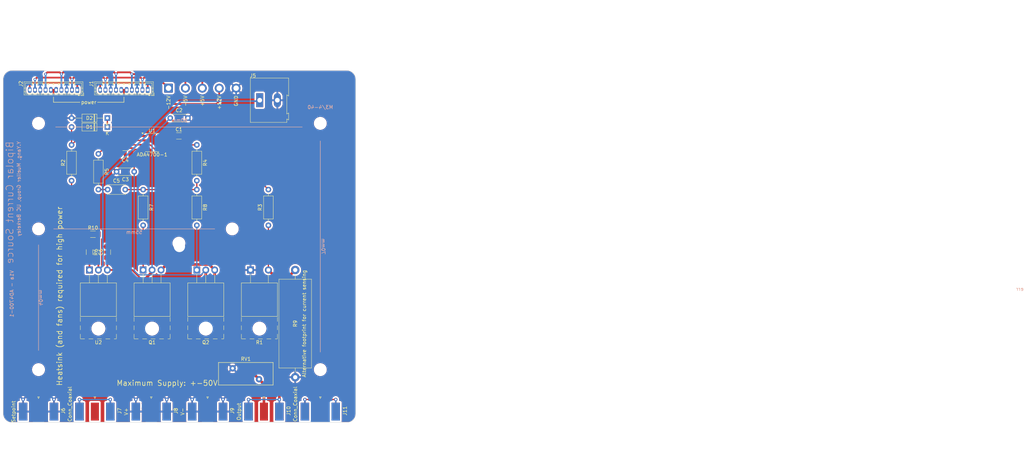
<source format=kicad_pcb>
(kicad_pcb (version 20241229) (generator "pcbnew") (generator_version "9.0")
  (layers (0 "F.Cu" signal) (4 "In1.Cu" signal) (6 "In2.Cu" signal) (2 "B.Cu" signal) (13 "F.Paste" user) (15 "B.Paste" user) (5 "F.SilkS" user "F.Silkscreen") (7 "B.SilkS" user "B.Silkscreen") (1 "F.Mask" user) (3 "B.Mask" user) (25 "Edge.Cuts" user))
  (net 0 "")
  (net 1 "GND")
  (net 2 "+5V")
  (net 3 "-5V")
  (net 4 "+12V")
  (net 5 "-12V")
  (net 6 "Net-(J10-In)")
  (net 7 "unconnected-(J11-Ext-Pad2)")
  (net 8 "/V+")
  (net 9 "/V-")
  (net 11 "unconnected-(J7-Ext-Pad2)")
  (net 12 "Net-(C5-Pad2)")
  (net 13 "Net-(C5-Pad1)")
  (net 14 "Net-(D1-K)")
  (net 15 "Net-(D1-A)")
  (net 17 "Net-(J6-In)")
  (net 18 "/measure")
  (net 19 "Net-(Q1-B)")
  (net 20 "Net-(Q2-B)")
  (net 21 "Net-(U1-+)")
  (net 22 "Net-(R4-Pad1)")
  (net 26 "Net-(J5-Pin_1)")
  (net 27 "Net-(U2-ADJ)")
  (footprint "Resistor_SMD:R_1206_3216Metric_Pad1.30x1.75mm_HandSolder" (layer "F.Cu") (at 125.45 96.52)
    (property "Reference" "R10" (at 0 -1.82 0) (layer "F.SilkS"))
    (property "Value" "240R")
    (pad "1" smd roundrect (at -1.55 0) (size 1.3 1.75) (layers "F.Cu" "F.Mask" "F.Paste") (roundrect_rratio 0.192308) (net 27 "Net-(U2-ADJ)"))
    (pad "2" smd roundrect (at 1.55 0) (size 1.3 1.75) (layers "F.Cu" "F.Mask" "F.Paste") (roundrect_rratio 0.192308) (net 26 "Net-(J5-Pin_1)"))
  )
  (footprint "Resistor_SMD:R_1206_3216Metric_Pad1.30x1.75mm_HandSolder" (layer "F.Cu") (at 124.46 101.6 -90)
    (property "Reference" "R6" (at 0 -1.82 90) (layer "F.SilkS"))
    (property "Value" "2k")
    (pad "1" smd roundrect (at -1.55 0 270) (size 1.3 1.75) (layers "F.Cu" "F.Mask" "F.Paste") (roundrect_rratio 0.192308) (net 1 "GND"))
    (pad "2" smd roundrect (at 1.55 0 270) (size 1.3 1.75) (layers "F.Cu" "F.Mask" "F.Paste") (roundrect_rratio 0.192308) (net 27 "Net-(U2-ADJ)"))
  )
  (footprint "Capacitor_THT:C_Disc_D4.3mm_W1.9mm_P5.00mm" (layer "F.Cu") (at 137.16 78.74 180)
    (property "Reference" "C3" (at 2.5 -2.2 0) (layer "F.SilkS"))
    (property "Value" "10u")
    (pad "1" thru_hole circle (at 0 0 180) (size 1.6 1.6) (drill 0.8) (layers "*.Cu" "*.Mask") (net 9 "/V-"))
    (pad "2" thru_hole circle (at 5 0 180) (size 1.6 1.6) (drill 0.8) (layers "*.Cu" "*.Mask") (net 1 "GND"))
  )
  (footprint "Connector_Coaxial:SMA_Molex_73251-1153_EdgeMount_Horizontal" (layer "F.Cu") (at 190 145.21 90)
    (property "Reference" "J11" (at -1.5 7 90) (layer "F.SilkS"))
    (property "Value" "Conn_Coaxial" (at 0.43 -7.11 90) (layer "F.SilkS"))
    (pad "1" smd rect (at -1.72 0 90) (size 5.08 2.29) (layers "F.Cu" "F.Mask" "F.Paste"))
    (pad "2" smd rect (at -1.72 -4.38 90) (size 5.08 2.42) (layers "F.Cu" "F.Mask" "F.Paste") (net 7 "unconnected-(J11-Ext-Pad2)"))
    (pad "2" smd rect (at -1.72 -4.38 90) (size 5.08 2.42) (layers "B.Cu" "B.Mask" "B.Paste") (net 7 "unconnected-(J11-Ext-Pad2)"))
    (pad "2" smd rect (at -1.72 4.38 90) (size 5.08 2.42) (layers "F.Cu" "F.Mask" "F.Paste") (net 7 "unconnected-(J11-Ext-Pad2)"))
    (pad "2" smd rect (at -1.72 4.38 90) (size 5.08 2.42) (layers "B.Cu" "B.Mask" "B.Paste") (net 7 "unconnected-(J11-Ext-Pad2)"))
    (pad "2" smd rect (at 1.27 -4.38 90) (size 0.95 0.46) (layers "F.Cu") (net 7 "unconnected-(J11-Ext-Pad2)"))
    (pad "2" smd rect (at 1.27 -4.38 90) (size 0.95 0.46) (layers "B.Cu") (net 7 "unconnected-(J11-Ext-Pad2)"))
    (pad "2" smd rect (at 1.27 4.38 90) (size 0.95 0.46) (layers "F.Cu") (net 7 "unconnected-(J11-Ext-Pad2)"))
    (pad "2" smd rect (at 1.27 4.38 90) (size 0.95 0.46) (layers "B.Cu") (net 7 "unconnected-(J11-Ext-Pad2)"))
    (pad "2" thru_hole circle (at 1.72 -4.38 90) (size 0.97 0.97) (drill 0.46) (layers "*.Cu") (net 7 "unconnected-(J11-Ext-Pad2)"))
    (pad "2" thru_hole circle (at 1.72 4.38 90) (size 0.97 0.97) (drill 0.46) (layers "*.Cu") (net 7 "unconnected-(J11-Ext-Pad2)"))
  )
  (footprint "Connector_Wire:SolderWire-0.75sqmm_1x05_P4.8mm_D1.25mm_OD2.3mm" (layer "F.Cu") (at 146.9 55)
    (property "Reference" "J4" (hide yes))
    (property "Value" "Conn_01x05")
    (pad "1" thru_hole roundrect (at 0 0) (size 2.55 2.55) (drill 1.55) (layers "*.Cu" "*.Mask") (roundrect_rratio 0.098039) (net 5 "-12V"))
    (pad "2" thru_hole circle (at 4.8 0) (size 2.55 2.55) (drill 1.55) (layers "*.Cu" "*.Mask") (net 3 "-5V"))
    (pad "3" thru_hole circle (at 9.6 0) (size 2.55 2.55) (drill 1.55) (layers "*.Cu" "*.Mask") (net 2 "+5V"))
    (pad "4" thru_hole circle (at 14.4 0) (size 2.55 2.55) (drill 1.55) (layers "*.Cu" "*.Mask") (net 4 "+12V"))
    (pad "5" thru_hole circle (at 19.2 0) (size 2.55 2.55) (drill 1.55) (layers "*.Cu" "*.Mask") (net 1 "GND"))
  )
  (footprint "Connector_JST:JST_ZH_B10B-ZR_1x10_P1.50mm_Vertical" (layer "F.Cu") (at 141 55.5 180)
    (property "Reference" "J1" (at 16 1.75 270) (layer "F.SilkS"))
    (property "Value" "Conn_01x10_Pin")
    (pad "1" thru_hole roundrect (at 0 0 180) (size 1.03 1.73) (drill 0.73) (layers "*.Cu" "*.Mask") (roundrect_rratio 0.242718) (net 5 "-12V"))
    (pad "2" thru_hole oval (at 1.5 0 180) (size 1.03 1.73) (drill 0.73) (layers "*.Cu" "*.Mask") (net 3 "-5V"))
    (pad "3" thru_hole oval (at 3 0 180) (size 1.03 1.73) (drill 0.73) (layers "*.Cu" "*.Mask") (net 1 "GND"))
    (pad "4" thru_hole oval (at 4.5 0 180) (size 1.03 1.73) (drill 0.73) (layers "*.Cu" "*.Mask") (net 2 "+5V"))
    (pad "5" thru_hole oval (at 6 0 180) (size 1.03 1.73) (drill 0.73) (layers "*.Cu" "*.Mask") (net 4 "+12V"))
    (pad "6" thru_hole oval (at 7.5 0 180) (size 1.03 1.73) (drill 0.73) (layers "*.Cu" "*.Mask") (net 4 "+12V"))
    (pad "7" thru_hole oval (at 9 0 180) (size 1.03 1.73) (drill 0.73) (layers "*.Cu" "*.Mask") (net 2 "+5V"))
    (pad "8" thru_hole oval (at 10.5 0 180) (size 1.03 1.73) (drill 0.73) (layers "*.Cu" "*.Mask") (net 1 "GND"))
    (pad "9" thru_hole oval (at 12 0 180) (size 1.03 1.73) (drill 0.73) (layers "*.Cu" "*.Mask") (net 3 "-5V"))
    (pad "10" thru_hole oval (at 13.5 0 180) (size 1.03 1.73) (drill 0.73) (layers "*.Cu" "*.Mask") (net 5 "-12V"))
  )
  (footprint "Resistor_THT:R_Axial_DIN0207_L6.3mm_D2.5mm_P10.16mm_Horizontal" (layer "F.Cu") (at 154.94 71.12 -90)
    (property "Reference" "R4" (at 5.08 -2.37 90) (layer "F.SilkS"))
    (property "Value" "5.1R")
    (pad "1" thru_hole circle (at 0 0 270) (size 1.6 1.6) (drill 0.8) (layers "*.Cu" "*.Mask") (net 22 "Net-(R4-Pad1)"))
    (pad "2" thru_hole oval (at 10.16 0 270) (size 1.6 1.6) (drill 0.8) (layers "*.Cu" "*.Mask") (net 12 "Net-(C5-Pad2)"))
  )
  (footprint "Package_TO_SOT_THT:TO-220-3_Horizontal_TabUp" (layer "F.Cu") (at 154.94 106.68)
    (property "Reference" "Q2" (at 2.54 20.58 0) (layer "F.SilkS"))
    (property "Value" "TIP42C")
    (pad "" np_thru_hole circle (at 2.54 16.66) (size 3.5 3.5) (drill 3.5) (layers "*.Cu" "*.Mask"))
    (pad "1" thru_hole rect (at 0 0) (size 1.905 2) (drill 1.1) (layers "*.Cu" "*.Mask") (net 20 "Net-(Q2-B)"))
    (pad "2" thru_hole oval (at 2.54 0) (size 1.905 2) (drill 1.1) (layers "*.Cu" "*.Mask") (net 9 "/V-"))
    (pad "3" thru_hole oval (at 5.08 0) (size 1.905 2) (drill 1.1) (layers "*.Cu" "*.Mask") (net 6 "Net-(J10-In)"))
  )
  (footprint "MountingHole:MountingHole_3.2mm_M3" (layer "F.Cu") (at 150 100)
    (property "Reference" "H4" (hide yes))
    (property "Value" "MountingHole")
    (pad "" np_thru_hole circle (at 0 0) (size 3.2 3.2) (drill 3.2) (layers "*.Cu" "*.Mask"))
  )
  (footprint "Capacitor_SMD:C_1206_3216Metric_Pad1.33x1.80mm_HandSolder" (layer "F.Cu") (at 149.86 68.58)
    (property "Reference" "C1" (at 0 -1.85 0) (layer "F.SilkS"))
    (property "Value" "100n")
    (pad "1" smd roundrect (at -1.5625 0) (size 1.325 1.8) (layers "F.Cu" "F.Mask" "F.Paste") (roundrect_rratio 0.188679) (net 8 "/V+"))
    (pad "2" smd roundrect (at 1.5625 0) (size 1.325 1.8) (layers "F.Cu" "F.Mask" "F.Paste") (roundrect_rratio 0.188679) (net 1 "GND"))
  )
  (footprint "MountingHole:MountingHole_3.2mm_M3" (layer "F.Cu") (at 190 135)
    (property "Reference" "H4" (hide yes))
    (property "Value" "MountingHole")
    (pad "" np_thru_hole circle (at 0 0) (size 3.2 3.2) (drill 3.2) (layers "*.Cu" "*.Mask"))
  )
  (footprint "Package_TO_SOT_THT:TO-220-2_Horizontal_TabUp" (layer "F.Cu") (at 170.18 106.68)
    (property "Reference" "R1" (at 2.54 20.58 0) (layer "F.SilkS"))
    (property "Value" "2R")
    (pad "" np_thru_hole circle (at 2.54 16.66) (size 3.5 3.5) (drill 3.5) (layers "*.Cu" "*.Mask"))
    (pad "1" thru_hole rect (at 0 0) (size 2 2) (drill 1.1) (layers "*.Cu" "*.Mask") (net 1 "GND"))
    (pad "2" thru_hole circle (at 5.08 0) (size 2 2) (drill 1.1) (layers "*.Cu" "*.Mask") (net 18 "/measure"))
  )
  (footprint "MountingHole:MountingHole_3.2mm_M3" (layer "F.Cu") (at 110 65)
    (property "Reference" "H5" (hide yes))
    (property "Value" "MountingHole")
    (pad "" np_thru_hole circle (at 0 0) (size 3.2 3.2) (drill 3.2) (layers "*.Cu" "*.Mask"))
  )
  (footprint "Connector_Coaxial:SMA_Molex_73251-1153_EdgeMount_Horizontal" (layer "F.Cu") (at 142 145.21 90)
    (property "Reference" "J8" (at -1.5 7 90) (layer "F.SilkS"))
    (property "Value" "V+" (at -1.72 -7.11 90) (layer "F.SilkS"))
    (pad "1" smd rect (at -1.72 0 90) (size 5.08 2.29) (layers "F.Cu" "F.Mask" "F.Paste") (net 8 "/V+"))
    (pad "2" smd rect (at -1.72 -4.38 90) (size 5.08 2.42) (layers "F.Cu" "F.Mask" "F.Paste") (net 1 "GND"))
    (pad "2" smd rect (at -1.72 -4.38 90) (size 5.08 2.42) (layers "B.Cu" "B.Mask" "B.Paste") (net 1 "GND"))
    (pad "2" smd rect (at -1.72 4.38 90) (size 5.08 2.42) (layers "F.Cu" "F.Mask" "F.Paste") (net 1 "GND"))
    (pad "2" smd rect (at -1.72 4.38 90) (size 5.08 2.42) (layers "B.Cu" "B.Mask" "B.Paste") (net 1 "GND"))
    (pad "2" smd rect (at 1.27 -4.38 90) (size 0.95 0.46) (layers "F.Cu") (net 1 "GND"))
    (pad "2" smd rect (at 1.27 -4.38 90) (size 0.95 0.46) (layers "B.Cu") (net 1 "GND"))
    (pad "2" smd rect (at 1.27 4.38 90) (size 0.95 0.46) (layers "F.Cu") (net 1 "GND"))
    (pad "2" smd rect (at 1.27 4.38 90) (size 0.95 0.46) (layers "B.Cu") (net 1 "GND"))
    (pad "2" thru_hole circle (at 1.72 -4.38 90) (size 0.97 0.97) (drill 0.46) (layers "*.Cu") (net 1 "GND"))
    (pad "2" thru_hole circle (at 1.72 4.38 90) (size 0.97 0.97) (drill 0.46) (layers "*.Cu") (net 1 "GND"))
  )
  (footprint "MountingHole:MountingHole_3.2mm_M3" (layer "F.Cu") (at 165 95)
    (property "Reference" "H4" (hide yes))
    (property "Value" "MountingHole")
    (pad "" np_thru_hole circle (at 0 0) (size 3.2 3.2) (drill 3.2) (layers "*.Cu" "*.Mask"))
  )
  (footprint "MountingHole:MountingHole_3.2mm_M3" (layer "F.Cu") (at 190 65)
    (property "Reference" "H6" (hide yes))
    (property "Value" "MountingHole")
    (pad "" np_thru_hole circle (at 0 0) (size 3.2 3.2) (drill 3.2) (layers "*.Cu" "*.Mask"))
  )
  (footprint "Resistor_THT:R_Axial_DIN0207_L6.3mm_D2.5mm_P10.16mm_Horizontal" (layer "F.Cu") (at 154.94 83.82 -90)
    (property "Reference" "R8" (at 5.08 -2.37 90) (layer "F.SilkS"))
    (property "Value" "100R")
    (pad "1" thru_hole circle (at 0 0 270) (size 1.6 1.6) (drill 0.8) (layers "*.Cu" "*.Mask") (net 12 "Net-(C5-Pad2)"))
    (pad "2" thru_hole oval (at 10.16 0 270) (size 1.6 1.6) (drill 0.8) (layers "*.Cu" "*.Mask") (net 20 "Net-(Q2-B)"))
  )
  (footprint "MountingHole:MountingHole_3.2mm_M3" (layer "F.Cu") (at 110 135)
    (property "Reference" "H3" (hide yes))
    (property "Value" "MountingHole")
    (pad "" np_thru_hole circle (at 0 0) (size 3.2 3.2) (drill 3.2) (layers "*.Cu" "*.Mask"))
  )
  (footprint "Package_TO_SOT_THT:TO-220-3_Horizontal_TabUp" (layer "F.Cu") (at 124.46 106.68)
    (property "Reference" "U2" (at 2.54 20.58 0) (layer "F.SilkS"))
    (property "Value" "LM317HV")
    (pad "" np_thru_hole circle (at 2.54 16.66) (size 3.5 3.5) (drill 3.5) (layers "*.Cu" "*.Mask"))
    (pad "1" thru_hole rect (at 0 0) (size 1.905 2) (drill 1.1) (layers "*.Cu" "*.Mask") (net 27 "Net-(U2-ADJ)"))
    (pad "2" thru_hole oval (at 2.54 0) (size 1.905 2) (drill 1.1) (layers "*.Cu" "*.Mask") (net 26 "Net-(J5-Pin_1)"))
    (pad "3" thru_hole oval (at 5.08 0) (size 1.905 2) (drill 1.1) (layers "*.Cu" "*.Mask") (net 8 "/V+"))
  )
  (footprint "Capacitor_THT:C_Disc_D5.0mm_W2.5mm_P5.00mm" (layer "F.Cu") (at 129.62 83.82)
    (property "Reference" "C5" (at 2.5 -2.5 0) (layer "F.SilkS"))
    (property "Value" "10p")
    (pad "1" thru_hole circle (at 0 0) (size 1.6 1.6) (drill 0.8) (layers "*.Cu" "*.Mask") (net 13 "Net-(C5-Pad1)"))
    (pad "2" thru_hole circle (at 5 0) (size 1.6 1.6) (drill 0.8) (layers "*.Cu" "*.Mask") (net 12 "Net-(C5-Pad2)"))
  )
  (footprint "Varistor:RV_Disc_D15.5mm_W6.4mm_P7.5mm" (layer "F.Cu") (at 172.6 137.72 180)
    (property "Reference" "RV1" (at 3.75 5.75 0) (layer "F.SilkS"))
    (property "Value" "60V Varistor")
    (pad "1" thru_hole circle (at 0 0 180) (size 1.8 1.8) (drill 0.8) (layers "*.Cu" "*.Mask") (net 6 "Net-(J10-In)"))
    (pad "2" thru_hole circle (at 7.5 3.1 180) (size 1.8 1.8) (drill 0.8) (layers "*.Cu" "*.Mask") (net 1 "GND"))
  )
  (footprint "Resistor_THT:R_Axial_Power_L25.0mm_W9.0mm_P30.48mm" (layer "F.Cu") (at 182.88 106.68 -90)
    (property "Reference" "R9" (at 15.245 0 90) (layer "F.SilkS"))
    (property "Value" "2.5R")
    (pad "1" thru_hole circle (at 0 0 270) (size 2.4 2.4) (drill 1.2) (layers "*.Cu" "*.Mask") (net 18 "/measure"))
    (pad "2" thru_hole oval (at 30.48 0 270) (size 2.4 2.4) (drill 1.2) (layers "*.Cu" "*.Mask") (net 1 "GND"))
  )
  (footprint "Connector_Coaxial:SMA_Molex_73251-1153_EdgeMount_Horizontal" (layer "F.Cu") (at 126 145.21 90)
    (property "Reference" "J7" (at -1.5 7 90) (layer "F.SilkS"))
    (property "Value" "Conn_Coaxial" (at 0.43 -7.11 90) (layer "F.SilkS"))
    (pad "1" smd rect (at -1.72 0 90) (size 5.08 2.29) (layers "F.Cu" "F.Mask" "F.Paste"))
    (pad "2" smd rect (at -1.72 -4.38 90) (size 5.08 2.42) (layers "F.Cu" "F.Mask" "F.Paste") (net 11 "unconnected-(J7-Ext-Pad2)"))
    (pad "2" smd rect (at -1.72 -4.38 90) (size 5.08 2.42) (layers "B.Cu" "B.Mask" "B.Paste") (net 11 "unconnected-(J7-Ext-Pad2)"))
    (pad "2" smd rect (at -1.72 4.38 90) (size 5.08 2.42) (layers "F.Cu" "F.Mask" "F.Paste") (net 11 "unconnected-(J7-Ext-Pad2)"))
    (pad "2" smd rect (at -1.72 4.38 90) (size 5.08 2.42) (layers "B.Cu" "B.Mask" "B.Paste") (net 11 "unconnected-(J7-Ext-Pad2)"))
    (pad "2" smd rect (at 1.27 -4.38 90) (size 0.95 0.46) (layers "F.Cu") (net 11 "unconnected-(J7-Ext-Pad2)"))
    (pad "2" smd rect (at 1.27 -4.38 90) (size 0.95 0.46) (layers "B.Cu") (net 11 "unconnected-(J7-Ext-Pad2)"))
    (pad "2" smd rect (at 1.27 4.38 90) (size 0.95 0.46) (layers "F.Cu") (net 11 "unconnected-(J7-Ext-Pad2)"))
    (pad "2" smd rect (at 1.27 4.38 90) (size 0.95 0.46) (layers "B.Cu") (net 11 "unconnected-(J7-Ext-Pad2)"))
    (pad "2" thru_hole circle (at 1.72 -4.38 90) (size 0.97 0.97) (drill 0.46) (layers "*.Cu") (net 11 "unconnected-(J7-Ext-Pad2)"))
    (pad "2" thru_hole circle (at 1.72 4.38 90) (size 0.97 0.97) (drill 0.46) (layers "*.Cu") (net 11 "unconnected-(J7-Ext-Pad2)"))
  )
  (footprint "Capacitor_SMD:C_1206_3216Metric_Pad1.33x1.80mm_HandSolder" (layer "F.Cu") (at 129.54 101.6 90)
    (property "Reference" "C6" (at 0 -1.85 90) (layer "F.SilkS"))
    (property "Value" "100n")
    (pad "1" smd roundrect (at -1.5625 0 90) (size 1.325 1.8) (layers "F.Cu" "F.Mask" "F.Paste") (roundrect_rratio 0.188679) (net 8 "/V+"))
    (pad "2" smd roundrect (at 1.5625 0 90) (size 1.325 1.8) (layers "F.Cu" "F.Mask" "F.Paste") (roundrect_rratio 0.188679) (net 1 "GND"))
  )
  (footprint "Resistor_THT:R_Axial_DIN0207_L6.3mm_D2.5mm_P10.16mm_Horizontal" (layer "F.Cu") (at 127 73.66 -90)
    (property "Reference" "R5" (at 5.08 -2.37 90) (layer "F.SilkS"))
    (property "Value" "1k")
    (pad "1" thru_hole circle (at 0 0 270) (size 1.6 1.6) (drill 0.8) (layers "*.Cu" "*.Mask") (net 21 "Net-(U1-+)"))
    (pad "2" thru_hole oval (at 10.16 0 270) (size 1.6 1.6) (drill 0.8) (layers "*.Cu" "*.Mask") (net 13 "Net-(C5-Pad1)"))
  )
  (footprint "Resistor_THT:R_Axial_DIN0207_L6.3mm_D2.5mm_P10.16mm_Horizontal" (layer "F.Cu") (at 139.7 83.82 -90)
    (property "Reference" "R7" (at 5.08 -2.37 90) (layer "F.SilkS"))
    (property "Value" "100R")
    (pad "1" thru_hole circle (at 0 0 270) (size 1.6 1.6) (drill 0.8) (layers "*.Cu" "*.Mask") (net 12 "Net-(C5-Pad2)"))
    (pad "2" thru_hole oval (at 10.16 0 270) (size 1.6 1.6) (drill 0.8) (layers "*.Cu" "*.Mask") (net 19 "Net-(Q1-B)"))
  )
  (footprint "Package_TO_SOT_THT:TO-220-3_Horizontal_TabUp" (layer "F.Cu") (at 139.7 106.68)
    (property "Reference" "Q1" (at 2.54 20.58 0) (layer "F.SilkS"))
    (property "Value" "TIP41C")
    (pad "" np_thru_hole circle (at 2.54 16.66) (size 3.5 3.5) (drill 3.5) (layers "*.Cu" "*.Mask"))
    (pad "1" thru_hole rect (at 0 0) (size 1.905 2) (drill 1.1) (layers "*.Cu" "*.Mask") (net 19 "Net-(Q1-B)"))
    (pad "2" thru_hole oval (at 2.54 0) (size 1.905 2) (drill 1.1) (layers "*.Cu" "*.Mask") (net 8 "/V+"))
    (pad "3" thru_hole oval (at 5.08 0) (size 1.905 2) (drill 1.1) (layers "*.Cu" "*.Mask") (net 6 "Net-(J10-In)"))
  )
  (footprint "Connector_JST:JST_ZH_B10B-ZR_1x10_P1.50mm_Vertical" (layer "F.Cu") (at 121 55.5 180)
    (property "Reference" "J2" (at 16 1.75 270) (layer "F.SilkS"))
    (property "Value" "Conn_01x10_Pin")
    (pad "1" thru_hole roundrect (at 0 0 180) (size 1.03 1.73) (drill 0.73) (layers "*.Cu" "*.Mask") (roundrect_rratio 0.242718) (net 5 "-12V"))
    (pad "2" thru_hole oval (at 1.5 0 180) (size 1.03 1.73) (drill 0.73) (layers "*.Cu" "*.Mask") (net 3 "-5V"))
    (pad "3" thru_hole oval (at 3 0 180) (size 1.03 1.73) (drill 0.73) (layers "*.Cu" "*.Mask") (net 1 "GND"))
    (pad "4" thru_hole oval (at 4.5 0 180) (size 1.03 1.73) (drill 0.73) (layers "*.Cu" "*.Mask") (net 2 "+5V"))
    (pad "5" thru_hole oval (at 6 0 180) (size 1.03 1.73) (drill 0.73) (layers "*.Cu" "*.Mask") (net 4 "+12V"))
    (pad "6" thru_hole oval (at 7.5 0 180) (size 1.03 1.73) (drill 0.73) (layers "*.Cu" "*.Mask") (net 4 "+12V"))
    (pad "7" thru_hole oval (at 9 0 180) (size 1.03 1.73) (drill 0.73) (layers "*.Cu" "*.Mask") (net 2 "+5V"))
    (pad "8" thru_hole oval (at 10.5 0 180) (size 1.03 1.73) (drill 0.73) (layers "*.Cu" "*.Mask") (net 1 "GND"))
    (pad "9" thru_hole oval (at 12 0 180) (size 1.03 1.73) (drill 0.73) (layers "*.Cu" "*.Mask") (net 3 "-5V"))
    (pad "10" thru_hole oval (at 13.5 0 180) (size 1.03 1.73) (drill 0.73) (layers "*.Cu" "*.Mask") (net 5 "-12V"))
  )
  (footprint "Package_SO:SOIC-8_3.9x4.9mm_P1.27mm" (layer "F.Cu") (at 142.24 70.485)
    (property "Reference" "U1" (at 0 -3.4 0) (layer "F.SilkS"))
    (property "Value" "ADA4700-1" (at 0 3.4 0) (layer "F.SilkS"))
    (pad "1" smd roundrect (at -2.475 -1.905) (size 1.95 0.6) (layers "F.Cu" "F.Mask" "F.Paste"))
    (pad "2" smd roundrect (at -2.475 -0.635) (size 1.95 0.6) (layers "F.Cu" "F.Mask" "F.Paste") (net 15 "Net-(D1-A)"))
    (pad "3" smd roundrect (at -2.475 0.635) (size 1.95 0.6) (layers "F.Cu" "F.Mask" "F.Paste") (net 21 "Net-(U1-+)"))
    (pad "4" smd roundrect (at -2.475 1.905) (size 1.95 0.6) (layers "F.Cu" "F.Mask" "F.Paste") (net 9 "/V-"))
    (pad "5" smd roundrect (at 2.475 1.905) (size 1.95 0.6) (layers "F.Cu" "F.Mask" "F.Paste"))
    (pad "6" smd roundrect (at 2.475 0.635) (size 1.95 0.6) (layers "F.Cu" "F.Mask" "F.Paste") (net 22 "Net-(R4-Pad1)"))
    (pad "7" smd roundrect (at 2.475 -0.635) (size 1.95 0.6) (layers "F.Cu" "F.Mask" "F.Paste") (net 8 "/V+"))
    (pad "8" smd roundrect (at 2.475 -1.905) (size 1.95 0.6) (layers "F.Cu" "F.Mask" "F.Paste"))
  )
  (footprint "Connector_Coaxial:SMA_Molex_73251-1153_EdgeMount_Horizontal" (layer "F.Cu") (at 158 145.21 90)
    (property "Reference" "J9" (at -1.5 7 90) (layer "F.SilkS"))
    (property "Value" "V-" (at -1.72 -7.11 90) (layer "F.SilkS"))
    (pad "1" smd rect (at -1.72 0 90) (size 5.08 2.29) (layers "F.Cu" "F.Mask" "F.Paste") (net 9 "/V-"))
    (pad "2" smd rect (at -1.72 -4.38 90) (size 5.08 2.42) (layers "F.Cu" "F.Mask" "F.Paste") (net 1 "GND"))
    (pad "2" smd rect (at -1.72 -4.38 90) (size 5.08 2.42) (layers "B.Cu" "B.Mask" "B.Paste") (net 1 "GND"))
    (pad "2" smd rect (at -1.72 4.38 90) (size 5.08 2.42) (layers "F.Cu" "F.Mask" "F.Paste") (net 1 "GND"))
    (pad "2" smd rect (at -1.72 4.38 90) (size 5.08 2.42) (layers "B.Cu" "B.Mask" "B.Paste") (net 1 "GND"))
    (pad "2" smd rect (at 1.27 -4.38 90) (size 0.95 0.46) (layers "F.Cu") (net 1 "GND"))
    (pad "2" smd rect (at 1.27 -4.38 90) (size 0.95 0.46) (layers "B.Cu") (net 1 "GND"))
    (pad "2" smd rect (at 1.27 4.38 90) (size 0.95 0.46) (layers "F.Cu") (net 1 "GND"))
    (pad "2" smd rect (at 1.27 4.38 90) (size 0.95 0.46) (layers "B.Cu") (net 1 "GND"))
    (pad "2" thru_hole circle (at 1.72 -4.38 90) (size 0.97 0.97) (drill 0.46) (layers "*.Cu") (net 1 "GND"))
    (pad "2" thru_hole circle (at 1.72 4.38 90) (size 0.97 0.97) (drill 0.46) (layers "*.Cu") (net 1 "GND"))
  )
  (footprint "Resistor_THT:R_Axial_DIN0207_L6.3mm_D2.5mm_P10.16mm_Horizontal" (layer "F.Cu") (at 119.38 81.28 90)
    (property "Reference" "R2" (at 5.08 -2.37 90) (layer "F.SilkS"))
    (property "Value" "10k")
    (pad "1" thru_hole circle (at 0 0 90) (size 1.6 1.6) (drill 0.8) (layers "*.Cu" "*.Mask") (net 17 "Net-(J6-In)"))
    (pad "2" thru_hole oval (at 10.16 0 90) (size 1.6 1.6) (drill 0.8) (layers "*.Cu" "*.Mask") (net 15 "Net-(D1-A)"))
  )
  (footprint "Resistor_THT:R_Axial_DIN0207_L6.3mm_D2.5mm_P10.16mm_Horizontal" (layer "F.Cu") (at 175.26 93.98 90)
    (property "Reference" "R3" (at 5.08 -2.37 90) (layer "F.SilkS"))
    (property "Value" "10k")
    (pad "1" thru_hole circle (at 0 0 90) (size 1.6 1.6) (drill 0.8) (layers "*.Cu" "*.Mask") (net 18 "/measure"))
    (pad "2" thru_hole oval (at 10.16 0 90) (size 1.6 1.6) (drill 0.8) (layers "*.Cu" "*.Mask") (net 21 "Net-(U1-+)"))
  )
  (footprint "Connector_Coaxial:SMA_Molex_73251-1153_EdgeMount_Horizontal" (layer "F.Cu") (at 174 145.21 90)
    (property "Reference" "J10" (at -1.5 7 90) (layer "F.SilkS"))
    (property "Value" "Output" (at -1.72 -7.11 90) (layer "F.SilkS"))
    (pad "1" smd rect (at -1.72 0 90) (size 5.08 2.29) (layers "F.Cu" "F.Mask" "F.Paste") (net 6 "Net-(J10-In)"))
    (pad "2" smd rect (at -1.72 -4.38 90) (size 5.08 2.42) (layers "F.Cu" "F.Mask" "F.Paste") (net 18 "/measure"))
    (pad "2" smd rect (at -1.72 -4.38 90) (size 5.08 2.42) (layers "B.Cu" "B.Mask" "B.Paste") (net 18 "/measure"))
    (pad "2" smd rect (at -1.72 4.38 90) (size 5.08 2.42) (layers "F.Cu" "F.Mask" "F.Paste") (net 18 "/measure"))
    (pad "2" smd rect (at -1.72 4.38 90) (size 5.08 2.42) (layers "B.Cu" "B.Mask" "B.Paste") (net 18 "/measure"))
    (pad "2" smd rect (at 1.27 -4.38 90) (size 0.95 0.46) (layers "F.Cu") (net 18 "/measure"))
    (pad "2" smd rect (at 1.27 -4.38 90) (size 0.95 0.46) (layers "B.Cu") (net 18 "/measure"))
    (pad "2" smd rect (at 1.27 4.38 90) (size 0.95 0.46) (layers "F.Cu") (net 18 "/measure"))
    (pad "2" smd rect (at 1.27 4.38 90) (size 0.95 0.46) (layers "B.Cu") (net 18 "/measure"))
    (pad "2" thru_hole circle (at 1.72 -4.38 90) (size 0.97 0.97) (drill 0.46) (layers "*.Cu") (net 18 "/measure"))
    (pad "2" thru_hole circle (at 1.72 4.38 90) (size 0.97 0.97) (drill 0.46) (layers "*.Cu") (net 18 "/measure"))
  )
  (footprint "Diode_THT:D_DO-35_SOD27_P10.16mm_Horizontal" (layer "F.Cu") (at 129.54 63.5 180)
    (property "Reference" "D2" (at 5.08 0 0) (layer "F.SilkS"))
    (property "Value" "2.5V")
    (fp_text user "K" (at 0 -1.8 0) (layer "F.SilkS"))
    (pad "1" thru_hole rect (at 0 0 180) (size 1.6 1.6) (drill 0.8) (layers "*.Cu" "*.Mask") (net 14 "Net-(D1-K)"))
    (pad "2" thru_hole oval (at 10.16 0 180) (size 1.6 1.6) (drill 0.8) (layers "*.Cu" "*.Mask") (net 1 "GND"))
  )
  (footprint "Capacitor_SMD:C_1206_3216Metric_Pad1.33x1.80mm_HandSolder" (layer "F.Cu") (at 134.62 73.66 180)
    (property "Reference" "C4" (at 0 -1.85 0) (layer "F.SilkS"))
    (property "Value" "100n")
    (pad "1" smd roundrect (at -1.5625 0 180) (size 1.325 1.8) (layers "F.Cu" "F.Mask" "F.Paste") (roundrect_rratio 0.188679) (net 9 "/V-"))
    (pad "2" smd roundrect (at 1.5625 0 180) (size 1.325 1.8) (layers "F.Cu" "F.Mask" "F.Paste") (roundrect_rratio 0.188679) (net 1 "GND"))
  )
  (footprint "TerminalBlock:TerminalBlock_Altech_AK300-2_P5.00mm" (layer "F.Cu") (at 172.8 58.42)
    (property "Reference" "J5" (at -1.92 -6.99 0) (layer "F.SilkS"))
    (property "Value" "Screw_Terminal_01x02")
    (pad "1" thru_hole rect (at 0 0) (size 1.98 3.96) (drill 1.32) (layers "*.Cu" "*.Mask") (net 26 "Net-(J5-Pin_1)"))
    (pad "2" thru_hole oval (at 5 0) (size 1.98 3.96) (drill 1.32) (layers "*.Cu" "*.Mask") (net 1 "GND"))
  )
  (footprint "Connector_Coaxial:SMA_Molex_73251-1153_EdgeMount_Horizontal" (layer "F.Cu") (at 110 145.21 90)
    (property "Reference" "J6" (at -1.5 7 90) (layer "F.SilkS"))
    (property "Value" "Setpoint" (at -1.72 -7.11 90) (layer "F.SilkS"))
    (pad "1" smd rect (at -1.72 0 90) (size 5.08 2.29) (layers "F.Cu" "F.Mask" "F.Paste") (net 17 "Net-(J6-In)"))
    (pad "2" smd rect (at -1.72 -4.38 90) (size 5.08 2.42) (layers "F.Cu" "F.Mask" "F.Paste") (net 1 "GND"))
    (pad "2" smd rect (at -1.72 -4.38 90) (size 5.08 2.42) (layers "B.Cu" "B.Mask" "B.Paste") (net 1 "GND"))
    (pad "2" smd rect (at -1.72 4.38 90) (size 5.08 2.42) (layers "F.Cu" "F.Mask" "F.Paste") (net 1 "GND"))
    (pad "2" smd rect (at -1.72 4.38 90) (size 5.08 2.42) (layers "B.Cu" "B.Mask" "B.Paste") (net 1 "GND"))
    (pad "2" smd rect (at 1.27 -4.38 90) (size 0.95 0.46) (layers "F.Cu") (net 1 "GND"))
    (pad "2" smd rect (at 1.27 -4.38 90) (size 0.95 0.46) (layers "B.Cu") (net 1 "GND"))
    (pad "2" smd rect (at 1.27 4.38 90) (size 0.95 0.46) (layers "F.Cu") (net 1 "GND"))
    (pad "2" smd rect (at 1.27 4.38 90) (size 0.95 0.46) (layers "B.Cu") (net 1 "GND"))
    (pad "2" thru_hole circle (at 1.72 -4.38 90) (size 0.97 0.97) (drill 0.46) (layers "*.Cu") (net 1 "GND"))
    (pad "2" thru_hole circle (at 1.72 4.38 90) (size 0.97 0.97) (drill 0.46) (layers "*.Cu") (net 1 "GND"))
  )
  (footprint "Capacitor_THT:C_Disc_D4.3mm_W1.9mm_P5.00mm" (layer "F.Cu") (at 147.4 63.5)
    (property "Reference" "C2" (at 2.5 -2.2 0) (layer "F.SilkS"))
    (property "Value" "10u")
    (pad "1" thru_hole circle (at 0 0) (size 1.6 1.6) (drill 0.8) (layers "*.Cu" "*.Mask") (net 8 "/V+"))
    (pad "2" thru_hole circle (at 5 0) (size 1.6 1.6) (drill 0.8) (layers "*.Cu" "*.Mask") (net 1 "GND"))
  )
  (footprint "Diode_THT:D_DO-35_SOD27_P10.16mm_Horizontal" (layer "F.Cu") (at 129.54 66.04 180)
    (property "Reference" "D1" (at 5.08 0 0) (layer "F.SilkS"))
    (property "Value" "2.5V")
    (fp_text user "K" (at 0 -1.8 0) (layer "F.SilkS"))
    (pad "1" thru_hole rect (at 0 0 180) (size 1.6 1.6) (drill 0.8) (layers "*.Cu" "*.Mask") (net 14 "Net-(D1-K)"))
    (pad "2" thru_hole oval (at 10.16 0 180) (size 1.6 1.6) (drill 0.8) (layers "*.Cu" "*.Mask") (net 15 "Net-(D1-A)"))
  )
  (footprint "MountingHole:MountingHole_3.2mm_M3" (layer "F.Cu") (at 110 95)
    (property "Reference" "H3" (hide yes))
    (property "Value" "MountingHole")
    (pad "" np_thru_hole circle (at 0 0) (size 3.2 3.2) (drill 3.2) (layers "*.Cu" "*.Mask"))
  )
  (gr_line (start 134.25 59) (end 134.25 57.5) (stroke (width 0.15)) (layer "F.SilkS"))
  (gr_line (start 126.75 59) (end 134.25 59) (stroke (width 0.15)) (layer "F.SilkS"))
  (gr_line (start 114.25 59) (end 114.25 57.5) (stroke (width 0.15)) (layer "F.SilkS"))
  (gr_line (start 121.75 59) (end 114.25 59) (stroke (width 0.15)) (layer "F.SilkS"))
  (gr_line (start 190 70) (end 190 130) (stroke (width 0.15)) (layer "B.SilkS"))
  (gr_line (start 114.86 66.04) (end 184.86 66.04) (stroke (width 0.15)) (layer "B.SilkS"))
  (gr_line (start 114.3 95) (end 160.02 95) (stroke (width 0.15)) (layer "B.SilkS"))
  (gr_line (start 110 99.54) (end 110 129.54) (stroke (width 0.15)) (layer "B.SilkS"))
  (gr_line (start 102.5 150) (end 197.5 150) (stroke (width 0.1)) (layer "Edge.Cuts"))
  (gr_arc (start 100 52.5) (mid 100.732233 50.732233) (end 102.5 50) (stroke (width 0.1)) (layer "Edge.Cuts"))
  (gr_arc (start 197.5 50) (mid 199.267767 50.732233) (end 200 52.5) (stroke (width 0.1)) (layer "Edge.Cuts"))
  (gr_arc (start 102.5 150) (mid 100.732233 149.267767) (end 100 147.5) (stroke (width 0.1)) (layer "Edge.Cuts"))
  (gr_line (start 197.5 50) (end 102.5 50) (stroke (width 0.1)) (layer "Edge.Cuts"))
  (gr_line (start 200 52.5) (end 200 147.5) (stroke (width 0.1)) (layer "Edge.Cuts"))
  (gr_line (start 100 52.5) (end 100 147.5) (stroke (width 0.1)) (layer "Edge.Cuts"))
  (gr_arc (start 200 147.5) (mid 199.267767 149.267767) (end 197.5 150) (stroke (width 0.1)) (layer "Edge.Cuts"))
  (gr_text "Alternative footprint for current sensing" (at 185.42 121.925 90) (layer "F.SilkS") (effects (font (size 1 1))))
  (gr_text "power" (at 124.25 59 0) (layer "F.SilkS") (effects (font (size 1 1))))
  (gr_text "-5V" (at 151.7 57 90) (layer "F.SilkS") (effects (font (size 1 1)) (justify right)))
  (gr_text "-12V" (at 146.9 57 90) (layer "F.SilkS") (effects (font (size 1 1)) (justify right)))
  (gr_text "+5V" (at 156.5 57 90) (layer "F.SilkS") (effects (font (size 1 1)) (justify right)))
  (gr_text "Heatsink (and fans) required for high power" (at 116.84 139.7 90) (layer "F.SilkS") (effects (font (size 1.5 1.5) (thickness 0.1875)) (justify left bottom)))
  (gr_text "Maximum Supply: +-50V" (at 132.08 139.7 0) (layer "F.SilkS") (effects (font (size 1.5 1.5) (thickness 0.1875)) (justify left bottom)))
  (gr_text "+12V" (at 161.3 57 90) (layer "F.SilkS") (effects (font (size 1 1)) (justify right)))
  (gr_text "GND" (at 166.1 57 90) (layer "F.SilkS") (effects (font (size 1 1)) (justify right)))
  (gr_text "err" (at 388.62 112.075 0) (layer "B.SilkS") (effects (font (size 1 1)) (justify mirror)))
  (gr_text "55mm" (at 137.16 96.52 0) (layer "B.SilkS") (effects (font (size 1 1)) (justify bottom mirror)))
  (gr_text "V1a - AD4700-1" (at 103 106.68 90) (layer "B.SilkS") (effects (font (size 1 1)) (justify left bottom mirror)))
  (gr_text "Bipolar Current Source" (at 103 70 90) (layer "B.SilkS") (effects (font (size 2 2)) (justify left bottom mirror)))
  (gr_text "40mm" (at 110 114.54 270) (layer "B.SilkS") (effects (font (size 1 1)) (justify bottom mirror)))
  (gr_text "Y.Yang, Mueller Group, UC Berkeley" (at 105 70 90) (layer "B.SilkS") (effects (font (size 1 1)) (justify left bottom mirror)))
  (gr_text "M3/4-40" (at 190 61 0) (layer "B.SilkS") (effects (font (size 1 1)) (justify bottom mirror)))
  (gr_text "70mm" (at 190.25 100 270) (layer "B.SilkS") (effects (font (size 1 1)) (justify bottom mirror)))
  (gr_text "80mm" (at 150 64.75 0) (layer "B.SilkS") (effects (font (size 1 1)) (justify bottom mirror)))
  (segment (start 165.5 58) (end 166.1 57.4) (width 0.5) (layer "B.Cu") (net 1))
  (segment (start 118 57.5) (end 118.5 58) (width 0.5) (layer "B.Cu") (net 1))
  (segment (start 110.5 57.5) (end 111 58) (width 0.5) (layer "B.Cu") (net 1))
  (segment (start 130.5 57.5) (end 131 58) (width 0.5) (layer "B.Cu") (net 1))
  (segment (start 117.5 58) (end 118 57.5) (width 0.5) (layer "B.Cu") (net 1))
  (segment (start 118.5 58) (end 130 58) (width 0.5) (layer "B.Cu") (net 1))
  (segment (start 110.5 55.5) (end 110.5 57.5) (width 0.5) (layer "B.Cu") (net 1))
  (segment (start 138 57.5) (end 138.5 58) (width 0.5) (layer "B.Cu") (net 1))
  (segment (start 137.5 58) (end 138 57.5) (width 0.5) (layer "B.Cu") (net 1))
  (segment (start 130.5 55.5) (end 130.5 57.5) (width 0.5) (layer "B.Cu") (net 1))
  (segment (start 130 58) (end 130.5 57.5) (width 0.5) (layer "B.Cu") (net 1))
  (segment (start 138 55.5) (end 138 57.5) (width 0.5) (layer "B.Cu") (net 1))
  (segment (start 138.5 58) (end 165.5 58) (width 0.5) (layer "B.Cu") (net 1))
  (segment (start 131 58) (end 137.5 58) (width 0.5) (layer "B.Cu") (net 1))
  (segment (start 166.1 57.4) (end 166.1 55) (width 0.5) (layer "B.Cu") (net 1))
  (segment (start 111 58) (end 117.5 58) (width 0.5) (layer "B.Cu") (net 1))
  (segment (start 118 55.5) (end 118 57.5) (width 0.5) (layer "B.Cu") (net 1))
  (segment (start 156.5 55) (end 156.5 52) (width 0.5) (layer "F.Cu") (net 2))
  (segment (start 131.5 50.5) (end 131 50.5) (width 0.5) (layer "F.Cu") (net 2))
  (segment (start 117 50.5) (end 116.5 51) (width 0.5) (layer "F.Cu") (net 2))
  (segment (start 132.5 50.5) (end 132 51) (width 0.5) (layer "F.Cu") (net 2))
  (segment (start 156.5 52) (end 155.5 51) (width 0.5) (layer "F.Cu") (net 2))
  (segment (start 155.5 51) (end 136.5 51) (width 0.5) (layer "F.Cu") (net 2))
  (segment (start 136.5 51) (end 136 50.5) (width 0.5) (layer "F.Cu") (net 2))
  (segment (start 131 50.5) (end 117 50.5) (width 0.5) (layer "F.Cu") (net 2))
  (segment (start 112.5 50.5) (end 112 51) (width 0.5) (layer "F.Cu") (net 2))
  (segment (start 116 50.5) (end 112.5 50.5) (width 0.5) (layer "F.Cu") (net 2))
  (segment (start 116.5 51) (end 116 50.5) (width 0.5) (layer "F.Cu") (net 2))
  (segment (start 132 51) (end 131.5 50.5) (width 0.5) (layer "F.Cu") (net 2))
  (segment (start 136 50.5) (end 132.5 50.5) (width 0.5) (layer "F.Cu") (net 2))
  (via (at 136.5 51) (size 0.8) (drill 0.4) (layers "F.Cu" "B.Cu") (net 2))
  (via (at 112 51) (size 0.8) (drill 0.4) (layers "F.Cu" "B.Cu") (net 2))
  (via (at 116.5 51) (size 0.8) (drill 0.4) (layers "F.Cu" "B.Cu") (net 2))
  (via (at 132 51) (size 0.8) (drill 0.4) (layers "F.Cu" "B.Cu") (net 2))
  (segment (start 116.5 51) (end 116.5 55.5) (width 0.5) (layer "B.Cu") (net 2))
  (segment (start 136.5 51) (end 136.5 55.5) (width 0.5) (layer "B.Cu") (net 2))
  (segment (start 112 51) (end 112 55.5) (width 0.5) (layer "B.Cu") (net 2))
  (segment (start 132 51) (end 132 55.5) (width 0.5) (layer "B.Cu") (net 2))
  (segment (start 151 52) (end 140 52) (width 0.5) (layer "F.Cu") (net 3))
  (segment (start 120 52) (end 119.5 52.5) (width 0.5) (layer "F.Cu") (net 3))
  (segment (start 151.7 52.7) (end 151.7 55) (width 0.5) (layer "F.Cu") (net 3))
  (segment (start 128.5 52) (end 120 52) (width 0.5) (layer "F.Cu") (net 3))
  (segment (start 140 52) (end 139.5 52.5) (width 0.5) (layer "F.Cu") (net 3))
  (segment (start 119.5 52.5) (end 119 52) (width 0.5) (layer "F.Cu") (net 3))
  (segment (start 129 52.5) (end 128.5 52) (width 0.5) (layer "F.Cu") (net 3))
  (segment (start 109.5 52) (end 109 52.5) (width 0.5) (layer "F.Cu") (net 3))
  (segment (start 151.7 52.7) (end 151 52) (width 0.5) (layer "F.Cu") (net 3))
  (segment (start 119 52) (end 109.5 52) (width 0.5) (layer "F.Cu") (net 3))
  (segment (start 129.5 52) (end 129 52.5) (width 0.5) (layer "F.Cu") (net 3))
  (segment (start 139.5 52.5) (end 139 52) (width 0.5) (layer "F.Cu") (net 3))
  (segment (start 139 52) (end 129.5 52) (width 0.5) (layer "F.Cu") (net 3))
  (via (at 129 52.5) (size 0.8) (drill 0.4) (layers "F.Cu" "B.Cu") (net 3))
  (via (at 109 52.5) (size 0.8) (drill 0.4) (layers "F.Cu" "B.Cu") (net 3))
  (via (at 119.5 52.5) (size 0.8) (drill 0.4) (layers "F.Cu" "B.Cu") (net 3))
  (via (at 139.5 52.5) (size 0.8) (drill 0.4) (layers "F.Cu" "B.Cu") (net 3))
  (segment (start 129 52.5) (end 129 55.5) (width 0.5) (layer "B.Cu") (net 3))
  (segment (start 139.5 52.5) (end 139.5 55.5) (width 0.5) (layer "B.Cu") (net 3))
  (segment (start 119.5 52.5) (end 119.5 55.5) (width 0.5) (layer "B.Cu") (net 3))
  (segment (start 109 52.5) (end 109 55.5) (width 0.5) (layer "B.Cu") (net 3))
  (segment (start 114.25 55.5) (end 115 55.5) (width 0.5) (layer "F.Cu") (net 4))
  (segment (start 114.25 55.5) (end 114.25 59) (width 0.5) (layer "F.Cu") (net 4))
  (segment (start 114.75 59.5) (end 133.75 59.5) (width 0.5) (layer "F.Cu") (net 4))
  (segment (start 133.75 59.5) (end 134.25 59) (width 0.5) (layer "F.Cu") (net 4))
  (segment (start 113.5 55.5) (end 114.25 55.5) (width 0.5) (layer "F.Cu") (net 4))
  (segment (start 161.3 58.7) (end 161.3 55) (width 0.5) (layer "F.Cu") (net 4))
  (segment (start 134.25 55.5) (end 134.25 59) (width 0.5) (layer "F.Cu") (net 4))
  (segment (start 160.5 59.5) (end 161.3 58.7) (width 0.5) (layer "F.Cu") (net 4))
  (segment (start 134.75 59.5) (end 160.5 59.5) (width 0.5) (layer "F.Cu") (net 4))
  (segment (start 114.25 59) (end 114.75 59.5) (width 0.5) (layer "F.Cu") (net 4))
  (segment (start 134.25 59) (end 134.75 59.5) (width 0.5) (layer "F.Cu") (net 4))
  (segment (start 133.5 55.5) (end 134.25 55.5) (width 0.5) (layer "F.Cu") (net 4))
  (segment (start 134.25 55.5) (end 135 55.5) (width 0.5) (layer "F.Cu") (net 4))
  (segment (start 127.5 54) (end 127.5 55.5) (width 0.5) (layer "F.Cu") (net 5))
  (segment (start 140.5 53.5) (end 141 54) (width 0.5) (layer "F.Cu") (net 5))
  (segment (start 141 54) (end 141 55.5) (width 0.5) (layer "F.Cu") (net 5))
  (segment (start 121 54) (end 121 55.5) (width 0.5) (layer "F.Cu") (net 5))
  (segment (start 107.5 54) (end 107.5 55.5) (width 0.5) (layer "F.Cu") (net 5))
  (segment (start 127 53.5) (end 127.5 54) (width 0.5) (layer "F.Cu") (net 5))
  (segment (start 120.5 53.5) (end 121 54) (width 0.5) (layer "F.Cu") (net 5))
  (segment (start 108 53.5) (end 120.5 53.5) (width 0.5) (layer "F.Cu") (net 5))
  (segment (start 128 53.5) (end 140.5 53.5) (width 0.5) (layer "F.Cu") (net 5))
  (segment (start 121.5 53.5) (end 127 53.5) (width 0.5) (layer "F.Cu") (net 5))
  (segment (start 121 54) (end 121.5 53.5) (width 0.5) (layer "F.Cu") (net 5))
  (segment (start 141 54) (end 141.5 53.5) (width 0.5) (layer "F.Cu") (net 5))
  (segment (start 107.5 54) (end 108 53.5) (width 0.5) (layer "F.Cu") (net 5))
  (segment (start 145.4 53.5) (end 146.9 55) (width 0.5) (layer "F.Cu") (net 5))
  (segment (start 141.5 53.5) (end 145.4 53.5) (width 0.5) (layer "F.Cu") (net 5))
  (segment (start 127.5 54) (end 128 53.5) (width 0.5) (layer "F.Cu") (net 5))
  (segment (start 146.356 105.104) (end 158.444 105.104) (width 0.75) (layer "F.Cu") (net 6))
  (segment (start 172.6 137.72) (end 160.02 125.14) (width 0.75) (layer "F.Cu") (net 6))
  (segment (start 174 139.12) (end 174 146.93) (width 0.75) (layer "F.Cu") (net 6))
  (segment (start 172.6 137.72) (end 174 139.12) (width 0.75) (layer "F.Cu") (net 6))
  (segment (start 160.02 125.14) (end 160.02 106.68) (width 0.75) (layer "F.Cu") (net 6))
  (segment (start 144.78 106.68) (end 146.356 105.104) (width 0.75) (layer "F.Cu") (net 6))
  (segment (start 158.444 105.104) (end 160.02 106.68) (width 0.75) (layer "F.Cu") (net 6))
  (segment (start 185.62 143.49) (end 194.38 143.49) (width 0.35) (layer "F.Cu") (net 7))
  (segment (start 139.7 109.7845) (end 136.5955 106.68) (width 0.5) (layer "F.Cu") (net 8))
  (segment (start 144.715 69.85) (end 147.0275 69.85) (width 0.35) (layer "F.Cu") (net 8))
  (segment (start 142 146.93) (end 139.7 144.63) (width 0.75) (layer "F.Cu") (net 8))
  (segment (start 148.2975 64.3975) (end 147.4 63.5) (width 0.35) (layer "F.Cu") (net 8))
  (segment (start 139.7 144.63) (end 139.7 109.7845) (width 0.75) (layer "F.Cu") (net 8))
  (segment (start 148.2975 68.58) (end 148.2975 64.3975) (width 0.35) (layer "F.Cu") (net 8))
  (segment (start 147.0275 69.85) (end 148.2975 68.58) (width 0.35) (layer "F.Cu") (net 8))
  (segment (start 129.54 103.1625) (end 129.54 106.68) (width 0.5) (layer "F.Cu") (net 8))
  (segment (start 139.7 109.7845) (end 142.24 107.2445) (width 0.75) (layer "F.Cu") (net 8))
  (segment (start 142.24 107.2445) (end 142.24 106.68) (width 0.75) (layer "F.Cu") (net 8))
  (segment (start 136.5955 106.68) (end 129.54 106.68) (width 0.5) (layer "F.Cu") (net 8))
  (segment (start 147.4 63.5) (end 142.24 68.66) (width 0.35) (layer "B.Cu") (net 8))
  (segment (start 142.24 68.66) (end 142.24 106.68) (width 0.35) (layer "B.Cu") (net 8))
  (segment (start 137.16 74.6375) (end 136.1825 73.66) (width 0.35) (layer "F.Cu") (net 9))
  (segment (start 155.104 110.806) (end 157.48 108.43) (width 0.75) (layer "F.Cu") (net 9))
  (segment (start 137.4525 72.39) (end 136.1825 73.66) (width 0.35) (layer "F.Cu") (net 9))
  (segment (start 155.104 142.639) (end 155.104 110.806) (width 0.75) (layer "F.Cu") (net 9))
  (segment (start 137.16 78.74) (end 137.16 74.6375) (width 0.35) (layer "F.Cu") (net 9))
  (segment (start 157.48 108.43) (end 157.48 106.68) (width 0.75) (layer "F.Cu") (net 9))
  (segment (start 158 145.535) (end 155.104 142.639) (width 0.75) (layer "F.Cu") (net 9))
  (segment (start 139.765 72.39) (end 137.4525 72.39) (width 0.35) (layer "F.Cu") (net 9))
  (segment (start 158 146.93) (end 158 145.535) (width 0.75) (layer "F.Cu") (net 9))
  (segment (start 137.16 78.74) (end 137.16 106.8445) (width 0.35) (layer "B.Cu") (net 9))
  (segment (start 138.3715 108.056) (end 156.104 108.056) (width 0.35) (layer "B.Cu") (net 9))
  (segment (start 156.104 108.056) (end 157.48 106.68) (width 0.35) (layer "B.Cu") (net 9))
  (segment (start 137.16 106.8445) (end 138.3715 108.056) (width 0.35) (layer "B.Cu") (net 9))
  (segment (start 130.38 143.49) (end 121.62 143.49) (width 0.35) (layer "B.Cu") (net 11))
  (segment (start 134.62 83.82) (end 139.7 83.82) (width 0.35) (layer "F.Cu") (net 12))
  (segment (start 139.7 83.82) (end 154.94 83.82) (width 0.35) (layer "F.Cu") (net 12))
  (segment (start 154.94 83.82) (end 154.94 81.28) (width 0.35) (layer "F.Cu") (net 12))
  (segment (start 127 83.82) (end 129.62 83.82) (width 0.35) (layer "F.Cu") (net 13))
  (segment (start 129.54 66.04) (end 129.54 63.5) (width 0.35) (layer "F.Cu") (net 14))
  (segment (start 119.38 71.12) (end 120.65 69.85) (width 0.35) (layer "F.Cu") (net 15))
  (segment (start 120.65 69.85) (end 139.765 69.85) (width 0.35) (layer "F.Cu") (net 15))
  (segment (start 119.38 71.12) (end 119.38 66.04) (width 0.35) (layer "F.Cu") (net 15))
  (segment (start 110 145.535) (end 110 146.93) (width 0.35) (layer "F.Cu") (net 17))
  (segment (start 119.38 81.28) (end 119.38 136.155) (width 0.35) (layer "F.Cu") (net 17))
  (segment (start 119.38 136.155) (end 110 145.535) (width 0.35) (layer "F.Cu") (net 17))
  (segment (start 178.38 109.8) (end 175.26 106.68) (width 0.75) (layer "F.Cu") (net 18))
  (segment (start 178.38 143.49) (end 178.38 111.18) (width 0.75) (layer "F.Cu") (net 18))
  (segment (start 175.26 93.98) (end 175.26 106.68) (width 0.35) (layer "F.Cu") (net 18))
  (segment (start 178.38 111.18) (end 182.88 106.68) (width 0.75) (layer "F.Cu") (net 18))
  (segment (start 178.38 111.18) (end 178.38 109.8) (width 0.75) (layer "F.Cu") (net 18))
  (segment (start 169.62 143.49) (end 178.38 143.49) (width 0.35) (layer "B.Cu") (net 18))
  (segment (start 139.7 93.98) (end 139.7 106.68) (width 0.35) (layer "F.Cu") (net 19))
  (segment (start 154.94 93.98) (end 154.94 106.68) (width 0.35) (layer "B.Cu") (net 20))
  (segment (start 175.26 83.82) (end 170.18 78.74) (width 0.35) (layer "F.Cu") (net 21))
  (segment (start 141.721966 71.12) (end 139.765 71.12) (width 0.35) (layer "F.Cu") (net 21))
  (segment (start 127 73.66) (end 129.54 71.12) (width 0.35) (layer "F.Cu") (net 21))
  (segment (start 129.54 71.12) (end 139.765 71.12) (width 0.35) (layer "F.Cu") (net 21))
  (segment (start 149.341966 78.74) (end 141.721966 71.12) (width 0.35) (layer "F.Cu") (net 21))
  (segment (start 170.18 78.74) (end 149.341966 78.74) (width 0.35) (layer "F.Cu") (net 21))
  (segment (start 154.94 71.12) (end 144.715 71.12) (width 0.35) (layer "F.Cu") (net 22))
  (segment (start 127 106.68) (end 127 96.52) (width 0.5) (layer "F.Cu") (net 26))
  (segment (start 128.251 80.879818) (end 150.429818 58.701) (width 0.5) (layer "B.Cu") (net 26))
  (segment (start 150.429818 58.701) (end 172.519 58.701) (width 0.5) (layer "B.Cu") (net 26))
  (segment (start 128.251 105.429) (end 128.251 80.879818) (width 0.5) (layer "B.Cu") (net 26))
  (segment (start 127 106.68) (end 128.251 105.429) (width 0.5) (layer "B.Cu") (net 26))
  (segment (start 172.519 58.701) (end 172.8 58.42) (width 0.5) (layer "B.Cu") (net 26))
  (segment (start 123.134 101.824) (end 123.134 97.286) (width 0.5) (layer "F.Cu") (net 27))
  (segment (start 124.46 106.68) (end 124.46 103.15) (width 0.5) (layer "F.Cu") (net 27))
  (segment (start 124.46 103.15) (end 123.134 101.824) (width 0.5) (layer "F.Cu") (net 27))
  (segment (start 123.134 97.286) (end 123.9 96.52) (width 0.5) (layer "F.Cu") (net 27))
  (zone (net 1) (net_name "GND") (layers "F.Cu" "B.Cu" "In1.Cu" "In2.Cu") (connect_pads (clearance 0.5)) (min_thickness 0.25) (fill yes (thermal_gap 0.5) (thermal_bridge_width 0.5))
    (polygon (pts (xy 99.06 48.26) (xy 200.66 48.26) (xy 200.66 149.86) (xy 99.06 149.86)))
  )
)
</source>
